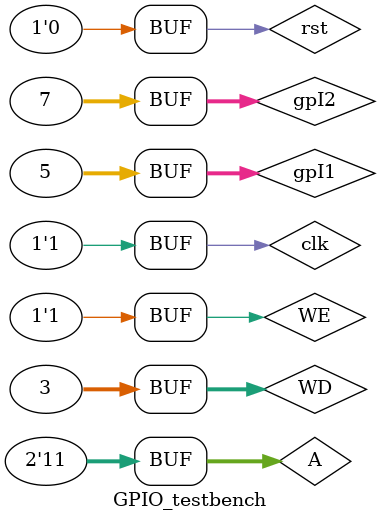
<source format=v>
`timescale 1ns / 1ps
module GPIO_testbench;

reg [1:0] A;
reg clk, rst, WE;
reg [31:0] gpI1,gpI2, WD;

wire [31:0] gpO1, gpO2, RD;

    task tick;
        begin
            clk = 0; #1;
            clk = 1; #1;
        end   
    endtask
GPIO G1 (
    .A(A),
    .WE(WE),
    .gpI1(gpI1),
    .gpI2(gpI2),
    .WD(WD),
    .Rst(rst),
    .Clk(clk),
    .gpO1(gpO1),
    .gpO2(gpO2),
    .RD(RD)
    );
    
    initial begin
    begin
    
    rst = 1;
    tick;
    rst = 0;
    
    WE = 1;
    
    WD = 3;
    gpI1 = 5;
    gpI2 = 7;
    
    A = 2'b00;
    tick;
    
    A = 2'b01;
    tick;
    
     A = 2'b10;
    tick;
    
    A = 2'b11;
    tick;
    
    end
    end
    
endmodule
</source>
